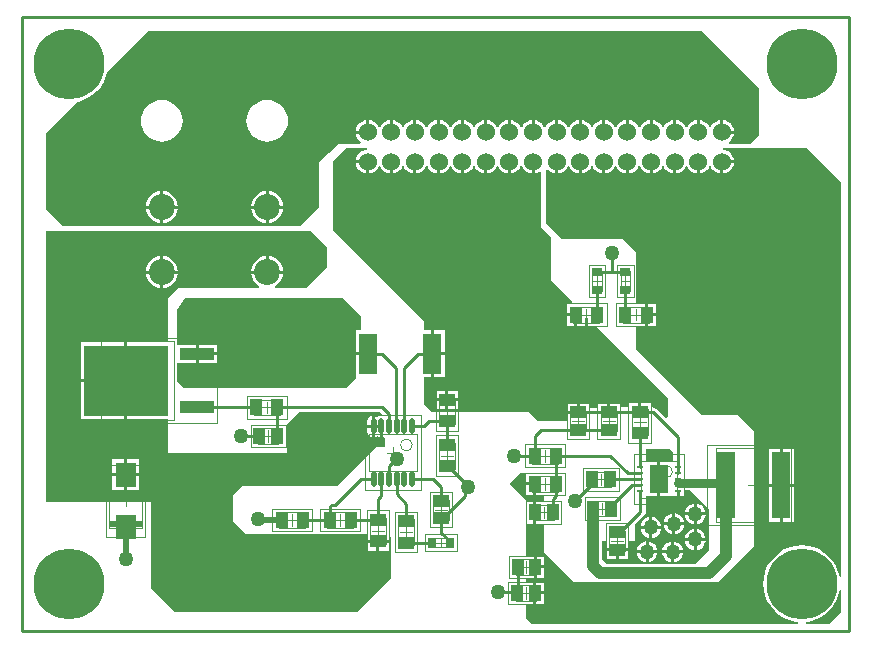
<source format=gtl>
G04*
G04 #@! TF.GenerationSoftware,Altium Limited,Altium Designer,19.1.8 (144)*
G04*
G04 Layer_Physical_Order=1*
G04 Layer_Color=255*
%FSLAX25Y25*%
%MOIN*%
G70*
G01*
G75*
%ADD12C,0.01000*%
%ADD14C,0.00394*%
%ADD17R,0.10984X0.02436*%
%ADD18C,0.00197*%
%ADD19R,0.07087X0.08268*%
%ADD20R,0.04331X0.05315*%
%ADD21O,0.01968X0.05315*%
%ADD22R,0.03347X0.02559*%
%ADD23R,0.03937X0.05512*%
%ADD24R,0.05315X0.04331*%
%ADD25R,0.05512X0.03937*%
%ADD26R,0.02559X0.03347*%
%ADD27R,0.02165X0.00984*%
%ADD28R,0.06299X0.09449*%
%ADD29R,0.06299X0.13780*%
%ADD30R,0.28347X0.23819*%
%ADD31R,0.11811X0.03937*%
%ADD32R,0.06299X0.22441*%
%ADD52C,0.03937*%
%ADD53C,0.03000*%
%ADD54C,0.02000*%
%ADD55C,0.23622*%
%ADD56C,0.06000*%
%ADD57C,0.08661*%
%ADD58C,0.05000*%
G36*
X245500Y181000D02*
Y165500D01*
X242500Y162500D01*
X235632D01*
X235462Y163000D01*
X236095Y163486D01*
X236736Y164321D01*
X237139Y165294D01*
X237211Y165839D01*
X233242D01*
Y166339D01*
X232742D01*
Y170307D01*
X232198Y170236D01*
X231225Y169833D01*
X230389Y169191D01*
X229748Y168356D01*
X229576Y167940D01*
X229035D01*
X228862Y168356D01*
X228221Y169191D01*
X227386Y169833D01*
X226413Y170236D01*
X225868Y170307D01*
Y166339D01*
X224868D01*
Y170307D01*
X224324Y170236D01*
X223351Y169833D01*
X222516Y169191D01*
X221874Y168356D01*
X221702Y167940D01*
X221161D01*
X220988Y168356D01*
X220347Y169191D01*
X219512Y169833D01*
X218538Y170236D01*
X217994Y170307D01*
Y166339D01*
X216994D01*
Y170307D01*
X216450Y170236D01*
X215477Y169833D01*
X214641Y169191D01*
X214000Y168356D01*
X213828Y167940D01*
X213287D01*
X213114Y168356D01*
X212473Y169191D01*
X211638Y169833D01*
X210665Y170236D01*
X210120Y170307D01*
Y166339D01*
X209120D01*
Y170307D01*
X208576Y170236D01*
X207603Y169833D01*
X206768Y169191D01*
X206126Y168356D01*
X205954Y167940D01*
X205413D01*
X205240Y168356D01*
X204599Y169191D01*
X203764Y169833D01*
X202790Y170236D01*
X202246Y170307D01*
Y166339D01*
X201246D01*
Y170307D01*
X200702Y170236D01*
X199729Y169833D01*
X198893Y169191D01*
X198252Y168356D01*
X198080Y167940D01*
X197539D01*
X197366Y168356D01*
X196725Y169191D01*
X195889Y169833D01*
X194916Y170236D01*
X194372Y170307D01*
Y166339D01*
X193372D01*
Y170307D01*
X192828Y170236D01*
X191855Y169833D01*
X191019Y169191D01*
X190378Y168356D01*
X190206Y167940D01*
X189665D01*
X189492Y168356D01*
X188851Y169191D01*
X188015Y169833D01*
X187042Y170236D01*
X186498Y170307D01*
Y166339D01*
X185498D01*
Y170307D01*
X184954Y170236D01*
X183981Y169833D01*
X183145Y169191D01*
X182504Y168356D01*
X182332Y167940D01*
X181791D01*
X181618Y168356D01*
X180977Y169191D01*
X180141Y169833D01*
X179168Y170236D01*
X178624Y170307D01*
Y166339D01*
X177624D01*
Y170307D01*
X177080Y170236D01*
X176107Y169833D01*
X175271Y169191D01*
X174630Y168356D01*
X174458Y167940D01*
X173917D01*
X173744Y168356D01*
X173103Y169191D01*
X172267Y169833D01*
X171294Y170236D01*
X170750Y170307D01*
Y166339D01*
X169750D01*
Y170307D01*
X169206Y170236D01*
X168233Y169833D01*
X167397Y169191D01*
X166756Y168356D01*
X166584Y167940D01*
X166043D01*
X165870Y168356D01*
X165229Y169191D01*
X164393Y169833D01*
X163420Y170236D01*
X162876Y170307D01*
Y166339D01*
X161876D01*
Y170307D01*
X161332Y170236D01*
X160359Y169833D01*
X159523Y169191D01*
X158882Y168356D01*
X158710Y167940D01*
X158169D01*
X157996Y168356D01*
X157355Y169191D01*
X156519Y169833D01*
X155546Y170236D01*
X155002Y170307D01*
Y166339D01*
X154002D01*
Y170307D01*
X153458Y170236D01*
X152485Y169833D01*
X151649Y169191D01*
X151008Y168356D01*
X150836Y167940D01*
X150295D01*
X150122Y168356D01*
X149481Y169191D01*
X148645Y169833D01*
X147672Y170236D01*
X147128Y170307D01*
Y166339D01*
X146128D01*
Y170307D01*
X145584Y170236D01*
X144611Y169833D01*
X143775Y169191D01*
X143134Y168356D01*
X142962Y167940D01*
X142421D01*
X142248Y168356D01*
X141607Y169191D01*
X140771Y169833D01*
X139798Y170236D01*
X139254Y170307D01*
Y166339D01*
X138254D01*
Y170307D01*
X137710Y170236D01*
X136737Y169833D01*
X135901Y169191D01*
X135260Y168356D01*
X135088Y167940D01*
X134546D01*
X134374Y168356D01*
X133733Y169191D01*
X132897Y169833D01*
X131924Y170236D01*
X131380Y170307D01*
Y166339D01*
X130380D01*
Y170307D01*
X129836Y170236D01*
X128863Y169833D01*
X128027Y169191D01*
X127386Y168356D01*
X127214Y167940D01*
X126672D01*
X126500Y168356D01*
X125859Y169191D01*
X125023Y169833D01*
X124050Y170236D01*
X123506Y170307D01*
Y166339D01*
X122506D01*
Y170307D01*
X121962Y170236D01*
X120989Y169833D01*
X120153Y169191D01*
X119512Y168356D01*
X119340Y167940D01*
X118798D01*
X118626Y168356D01*
X117985Y169191D01*
X117149Y169833D01*
X116176Y170236D01*
X115632Y170307D01*
Y166339D01*
X115132D01*
Y165839D01*
X111163D01*
X111235Y165294D01*
X111638Y164321D01*
X112279Y163486D01*
X112912Y163000D01*
X112743Y162500D01*
X105500D01*
X98750Y156496D01*
Y141250D01*
X92500Y135000D01*
X13500D01*
X8000Y140500D01*
Y166000D01*
X18450Y176450D01*
X19719Y176755D01*
X21582Y177526D01*
X23301Y178580D01*
X24835Y179890D01*
X26144Y181423D01*
X27198Y183142D01*
X27970Y185005D01*
X28274Y186274D01*
X42000Y200000D01*
X226500D01*
X245500Y181000D01*
D02*
G37*
G36*
X273000Y149500D02*
Y17963D01*
X272500Y17904D01*
X272064Y19719D01*
X271292Y21582D01*
X270239Y23301D01*
X268929Y24835D01*
X267396Y26144D01*
X265677Y27198D01*
X263814Y27970D01*
X261853Y28440D01*
X259842Y28599D01*
X257832Y28440D01*
X255872Y27970D01*
X254009Y27198D01*
X252289Y26144D01*
X250756Y24835D01*
X249446Y23301D01*
X248393Y21582D01*
X247621Y19719D01*
X247150Y17758D01*
X246992Y15748D01*
X247150Y13738D01*
X247621Y11777D01*
X248393Y9914D01*
X249446Y8195D01*
X250756Y6661D01*
X252289Y5352D01*
X254009Y4298D01*
X255872Y3526D01*
X257832Y3056D01*
X258539Y3000D01*
X258520Y2500D01*
X170000Y2500D01*
X168000Y4500D01*
Y8965D01*
X170405D01*
Y12720D01*
Y16476D01*
X168000D01*
Y17643D01*
X170500D01*
Y21399D01*
Y25155D01*
X168000D01*
Y35772D01*
X170355D01*
Y39528D01*
Y43284D01*
X168000D01*
Y43622D01*
X162500Y49122D01*
X165937Y52559D01*
X167599D01*
Y49528D01*
X170764D01*
Y49028D01*
X171264D01*
Y45370D01*
X173929D01*
X174000Y44900D01*
Y43284D01*
X171355D01*
Y39528D01*
Y35772D01*
X174000D01*
Y26288D01*
X183788Y16500D01*
X192035D01*
X192708Y16411D01*
X228906D01*
X229579Y16500D01*
X232000D01*
X244000Y28500D01*
Y66500D01*
X238500Y72000D01*
X226525D01*
X204599Y93926D01*
Y101488D01*
X204950Y101842D01*
X205099Y101842D01*
X207615D01*
Y105500D01*
Y109158D01*
X205099D01*
X204950Y109158D01*
X204599Y109512D01*
Y126208D01*
X200057Y130750D01*
X179750D01*
X174500Y136000D01*
X174500Y153827D01*
X175000Y153997D01*
X175271Y153643D01*
X176107Y153002D01*
X177080Y152599D01*
X177624Y152527D01*
Y156496D01*
X178624D01*
Y152527D01*
X179168Y152599D01*
X180141Y153002D01*
X180977Y153643D01*
X181618Y154479D01*
X181791Y154895D01*
X182332D01*
X182504Y154479D01*
X183145Y153643D01*
X183981Y153002D01*
X184954Y152599D01*
X185498Y152527D01*
Y156496D01*
X186498D01*
Y152527D01*
X187042Y152599D01*
X188015Y153002D01*
X188851Y153643D01*
X189492Y154479D01*
X189665Y154895D01*
X190206D01*
X190378Y154479D01*
X191019Y153643D01*
X191855Y153002D01*
X192828Y152599D01*
X193372Y152527D01*
Y156496D01*
X194372D01*
Y152527D01*
X194916Y152599D01*
X195889Y153002D01*
X196725Y153643D01*
X197366Y154479D01*
X197539Y154895D01*
X198080D01*
X198252Y154479D01*
X198893Y153643D01*
X199729Y153002D01*
X200702Y152599D01*
X201246Y152527D01*
Y156496D01*
X202246D01*
Y152527D01*
X202790Y152599D01*
X203764Y153002D01*
X204599Y153643D01*
X205240Y154479D01*
X205413Y154895D01*
X205954D01*
X206126Y154479D01*
X206768Y153643D01*
X207603Y153002D01*
X208576Y152599D01*
X209120Y152527D01*
Y156496D01*
X210120D01*
Y152527D01*
X210665Y152599D01*
X211638Y153002D01*
X212473Y153643D01*
X213114Y154479D01*
X213287Y154895D01*
X213828D01*
X214000Y154479D01*
X214641Y153643D01*
X215477Y153002D01*
X216450Y152599D01*
X216994Y152527D01*
Y156496D01*
X217994D01*
Y152527D01*
X218538Y152599D01*
X219512Y153002D01*
X220347Y153643D01*
X220988Y154479D01*
X221161Y154895D01*
X221702D01*
X221874Y154479D01*
X222516Y153643D01*
X223351Y153002D01*
X224324Y152599D01*
X224868Y152527D01*
Y156496D01*
X225868D01*
Y152527D01*
X226413Y152599D01*
X227386Y153002D01*
X228221Y153643D01*
X228862Y154479D01*
X229035Y154895D01*
X229576D01*
X229748Y154479D01*
X230389Y153643D01*
X231225Y153002D01*
X232198Y152599D01*
X232742Y152527D01*
Y156496D01*
X233242D01*
Y156996D01*
X237211D01*
X237139Y157540D01*
X236736Y158513D01*
X236095Y159349D01*
X235260Y159990D01*
X234286Y160393D01*
X233475Y160500D01*
X233507Y161000D01*
X261500D01*
X273000Y149500D01*
D02*
G37*
G36*
X96000Y133500D02*
X101500Y128000D01*
X101500Y121228D01*
X94772Y114500D01*
X84340D01*
X84242Y114990D01*
X84335Y115029D01*
X85448Y115883D01*
X86303Y116997D01*
X86840Y118293D01*
X86957Y119185D01*
X81646D01*
X76335D01*
X76453Y118293D01*
X76990Y116997D01*
X77844Y115883D01*
X78958Y115029D01*
X79050Y114990D01*
X78953Y114500D01*
X52000Y114500D01*
X48500Y111000D01*
Y96409D01*
X35000D01*
Y83500D01*
Y70591D01*
X48500D01*
Y59500D01*
X73319Y59500D01*
X88319Y59500D01*
X88319Y69000D01*
X92313Y72994D01*
X119343D01*
X119923Y72414D01*
X119677Y71953D01*
X119661Y71956D01*
X118887Y71802D01*
X118382Y71465D01*
X117877Y71802D01*
X117602Y71857D01*
Y68260D01*
Y64663D01*
X117877Y64718D01*
X118382Y65055D01*
X118887Y64718D01*
X119161Y64663D01*
Y68260D01*
X120161D01*
Y64663D01*
X120319Y64694D01*
X120819Y64418D01*
Y61500D01*
X118039D01*
X105039Y48500D01*
X73319D01*
X70319Y45500D01*
Y36543D01*
X74362Y32500D01*
X114842D01*
Y30457D01*
X118500D01*
X122158D01*
Y31115D01*
X122658Y31366D01*
X122819Y31246D01*
Y17815D01*
X111504Y6500D01*
X50819Y6500D01*
X42819Y14500D01*
Y43000D01*
X8000Y43000D01*
X8000Y133500D01*
X96000Y133500D01*
D02*
G37*
G36*
X107000Y111000D02*
X113000Y105000D01*
X113000Y100390D01*
X111221D01*
Y93000D01*
X115370D01*
Y92000D01*
X111221D01*
Y84610D01*
X111221D01*
X111335Y84335D01*
X108000Y81000D01*
X54000Y81000D01*
X51500Y83500D01*
Y89508D01*
X57819D01*
Y92476D01*
Y95445D01*
X51500D01*
Y107167D01*
X54375Y111000D01*
X107000Y111000D01*
D02*
G37*
G36*
X114900Y160500D02*
X114088Y160393D01*
X113115Y159990D01*
X112279Y159349D01*
X111638Y158513D01*
X111235Y157540D01*
X111163Y156996D01*
X115132D01*
Y156496D01*
X115632D01*
Y152527D01*
X116176Y152599D01*
X117149Y153002D01*
X117985Y153643D01*
X118626Y154479D01*
X118798Y154895D01*
X119340D01*
X119512Y154479D01*
X120153Y153643D01*
X120989Y153002D01*
X121962Y152599D01*
X122506Y152527D01*
Y156496D01*
X123506D01*
Y152527D01*
X124050Y152599D01*
X125023Y153002D01*
X125859Y153643D01*
X126500Y154479D01*
X126672Y154895D01*
X127214D01*
X127386Y154479D01*
X128027Y153643D01*
X128863Y153002D01*
X129836Y152599D01*
X130380Y152527D01*
Y156496D01*
X131380D01*
Y152527D01*
X131924Y152599D01*
X132897Y153002D01*
X133733Y153643D01*
X134374Y154479D01*
X134546Y154895D01*
X135088D01*
X135260Y154479D01*
X135901Y153643D01*
X136737Y153002D01*
X137710Y152599D01*
X138254Y152527D01*
Y156496D01*
X139254D01*
Y152527D01*
X139798Y152599D01*
X140771Y153002D01*
X141607Y153643D01*
X142248Y154479D01*
X142421Y154895D01*
X142962D01*
X143134Y154479D01*
X143775Y153643D01*
X144611Y153002D01*
X145584Y152599D01*
X146128Y152527D01*
Y156496D01*
X147128D01*
Y152527D01*
X147672Y152599D01*
X148645Y153002D01*
X149481Y153643D01*
X150122Y154479D01*
X150295Y154895D01*
X150836D01*
X151008Y154479D01*
X151649Y153643D01*
X152485Y153002D01*
X153458Y152599D01*
X154002Y152527D01*
Y156496D01*
X155002D01*
Y152527D01*
X155546Y152599D01*
X156519Y153002D01*
X157355Y153643D01*
X157996Y154479D01*
X158169Y154895D01*
X158710D01*
X158882Y154479D01*
X159523Y153643D01*
X160359Y153002D01*
X161332Y152599D01*
X161876Y152527D01*
Y156496D01*
X162876D01*
Y152527D01*
X163420Y152599D01*
X164393Y153002D01*
X165229Y153643D01*
X165870Y154479D01*
X166043Y154895D01*
X166584D01*
X166756Y154479D01*
X167397Y153643D01*
X168233Y153002D01*
X169206Y152599D01*
X169750Y152527D01*
Y156496D01*
X170750D01*
Y152527D01*
X171294Y152599D01*
X172267Y153002D01*
X172481Y153166D01*
X172930Y152945D01*
X172930Y134576D01*
X176107Y131399D01*
X176107Y116886D01*
X183374Y109619D01*
X183183Y109158D01*
X181363D01*
Y106000D01*
X184529D01*
Y105500D01*
X185029D01*
Y101842D01*
X187694D01*
Y104492D01*
X188171Y104702D01*
X188450Y104478D01*
Y101842D01*
X191151D01*
X215386Y77607D01*
Y71782D01*
X214479Y70875D01*
X211202Y74153D01*
X210706Y74484D01*
X210121Y74601D01*
X209465D01*
Y76236D01*
X206307D01*
Y73071D01*
X205307D01*
Y76236D01*
X202150D01*
Y74601D01*
X199241D01*
Y75949D01*
X195985D01*
Y72981D01*
X194985D01*
Y75949D01*
X191730D01*
Y74510D01*
X189063D01*
Y75949D01*
X185807D01*
Y72981D01*
X185307D01*
Y72481D01*
X181552D01*
Y70433D01*
X181084Y69933D01*
X171774D01*
X168636Y73071D01*
X145158D01*
Y73122D01*
X137843D01*
Y73071D01*
X136547D01*
X133803Y75815D01*
Y84610D01*
X136130D01*
Y92500D01*
Y100390D01*
X133803D01*
Y103484D01*
X103500Y133787D01*
Y156496D01*
X108004Y161000D01*
X114867D01*
X114900Y160500D01*
D02*
G37*
G36*
X216807Y59528D02*
X216807Y56449D01*
X216712Y56413D01*
X216256Y56315D01*
X216256Y56315D01*
X216256Y56315D01*
X212607D01*
Y50591D01*
Y44866D01*
X216256D01*
Y44866D01*
X216634Y45162D01*
X218103D01*
Y46654D01*
X219103D01*
Y45162D01*
X220685D01*
Y46959D01*
X222376D01*
X228807Y40528D01*
X228807Y27028D01*
X224179Y22400D01*
X194936D01*
X193396Y23939D01*
Y30022D01*
X193402Y30028D01*
X194552D01*
Y27553D01*
X198307D01*
X202063D01*
Y30028D01*
X204307D01*
Y35528D01*
X207807Y39028D01*
Y44428D01*
X207957Y44866D01*
X211607D01*
Y50591D01*
Y56315D01*
X207957D01*
X207807Y56753D01*
Y60528D01*
X215807D01*
X216807Y59528D01*
D02*
G37*
G36*
X273000Y13533D02*
Y6500D01*
X269000Y2500D01*
X261165D01*
X261146Y3000D01*
X261853Y3056D01*
X263814Y3526D01*
X265677Y4298D01*
X267396Y5352D01*
X268929Y6661D01*
X270239Y8195D01*
X271292Y9914D01*
X272064Y11777D01*
X272500Y13592D01*
X273000Y13533D01*
D02*
G37*
%LPC*%
G36*
X233742Y170307D02*
Y166839D01*
X237211D01*
X237139Y167383D01*
X236736Y168356D01*
X236095Y169191D01*
X235260Y169833D01*
X234286Y170236D01*
X233742Y170307D01*
D02*
G37*
G36*
X114632D02*
X114088Y170236D01*
X113115Y169833D01*
X112279Y169191D01*
X111638Y168356D01*
X111235Y167383D01*
X111163Y166839D01*
X114632D01*
Y170307D01*
D02*
G37*
G36*
X81646Y177018D02*
X80293Y176884D01*
X78991Y176489D01*
X77791Y175848D01*
X76740Y174985D01*
X75877Y173934D01*
X75236Y172734D01*
X74841Y171432D01*
X74707Y170079D01*
X74841Y168725D01*
X75236Y167423D01*
X75877Y166224D01*
X76740Y165172D01*
X77791Y164309D01*
X78991Y163668D01*
X80293Y163273D01*
X81646Y163140D01*
X83000Y163273D01*
X84302Y163668D01*
X85501Y164309D01*
X86553Y165172D01*
X87416Y166224D01*
X88057Y167423D01*
X88452Y168725D01*
X88585Y170079D01*
X88452Y171432D01*
X88057Y172734D01*
X87416Y173934D01*
X86553Y174985D01*
X85501Y175848D01*
X84302Y176489D01*
X83000Y176884D01*
X81646Y177018D01*
D02*
G37*
G36*
X46500D02*
X45146Y176884D01*
X43845Y176489D01*
X42645Y175848D01*
X41593Y174985D01*
X40731Y173934D01*
X40089Y172734D01*
X39694Y171432D01*
X39561Y170079D01*
X39694Y168725D01*
X40089Y167423D01*
X40731Y166224D01*
X41593Y165172D01*
X42645Y164309D01*
X43845Y163668D01*
X45146Y163273D01*
X46500Y163140D01*
X47854Y163273D01*
X49155Y163668D01*
X50355Y164309D01*
X51407Y165172D01*
X52270Y166224D01*
X52911Y167423D01*
X53306Y168725D01*
X53439Y170079D01*
X53306Y171432D01*
X52911Y172734D01*
X52270Y173934D01*
X51407Y174985D01*
X50355Y175848D01*
X49155Y176489D01*
X47854Y176884D01*
X46500Y177018D01*
D02*
G37*
G36*
X82146Y146650D02*
Y141839D01*
X86957D01*
X86840Y142730D01*
X86303Y144027D01*
X85448Y145141D01*
X84335Y145995D01*
X83038Y146532D01*
X82146Y146650D01*
D02*
G37*
G36*
X47000D02*
Y141839D01*
X51811D01*
X51693Y142730D01*
X51156Y144027D01*
X50302Y145141D01*
X49188Y145995D01*
X47892Y146532D01*
X47000Y146650D01*
D02*
G37*
G36*
X81146D02*
X80255Y146532D01*
X78958Y145995D01*
X77844Y145141D01*
X76990Y144027D01*
X76453Y142730D01*
X76335Y141839D01*
X81146D01*
Y146650D01*
D02*
G37*
G36*
X46000D02*
X45108Y146532D01*
X43812Y145995D01*
X42698Y145141D01*
X41844Y144027D01*
X41306Y142730D01*
X41189Y141839D01*
X46000D01*
Y146650D01*
D02*
G37*
G36*
X86957Y140839D02*
X82146D01*
Y136028D01*
X83038Y136145D01*
X84335Y136682D01*
X85448Y137537D01*
X86303Y138650D01*
X86840Y139947D01*
X86957Y140839D01*
D02*
G37*
G36*
X51811D02*
X47000D01*
Y136028D01*
X47892Y136145D01*
X49188Y136682D01*
X50302Y137537D01*
X51156Y138650D01*
X51693Y139947D01*
X51811Y140839D01*
D02*
G37*
G36*
X81146D02*
X76335D01*
X76453Y139947D01*
X76990Y138650D01*
X77844Y137537D01*
X78958Y136682D01*
X80255Y136145D01*
X81146Y136028D01*
Y140839D01*
D02*
G37*
G36*
X46000D02*
X41189D01*
X41306Y139947D01*
X41844Y138650D01*
X42698Y137537D01*
X43812Y136682D01*
X45108Y136145D01*
X46000Y136028D01*
Y140839D01*
D02*
G37*
G36*
X237211Y155996D02*
X233742D01*
Y152527D01*
X234286Y152599D01*
X235260Y153002D01*
X236095Y153643D01*
X236736Y154479D01*
X237139Y155452D01*
X237211Y155996D01*
D02*
G37*
G36*
X208615Y109158D02*
Y106000D01*
X211280D01*
Y109158D01*
X208615D01*
D02*
G37*
G36*
X211280Y105000D02*
X208615D01*
Y101842D01*
X211280D01*
Y105000D01*
D02*
G37*
G36*
X257209Y60843D02*
X253559D01*
Y49122D01*
X257209D01*
Y60843D01*
D02*
G37*
G36*
X252559D02*
X248910D01*
Y49122D01*
X252559D01*
Y60843D01*
D02*
G37*
G36*
X170264Y48528D02*
X167599D01*
Y45370D01*
X170264D01*
Y48528D01*
D02*
G37*
G36*
X257209Y48122D02*
X253559D01*
Y36402D01*
X257209D01*
Y48122D01*
D02*
G37*
G36*
X252559D02*
X248910D01*
Y36402D01*
X252559D01*
Y48122D01*
D02*
G37*
G36*
X173969Y25155D02*
X171500D01*
Y21899D01*
X173969D01*
Y25155D01*
D02*
G37*
G36*
Y20899D02*
X171500D01*
Y17643D01*
X173969D01*
Y20899D01*
D02*
G37*
G36*
X173874Y16476D02*
X171405D01*
Y13220D01*
X173874D01*
Y16476D01*
D02*
G37*
G36*
Y12220D02*
X171405D01*
Y8965D01*
X173874D01*
Y12220D01*
D02*
G37*
G36*
X82146Y124996D02*
Y120185D01*
X86957D01*
X86840Y121077D01*
X86303Y122373D01*
X85448Y123487D01*
X84335Y124341D01*
X83038Y124879D01*
X82146Y124996D01*
D02*
G37*
G36*
X47000D02*
Y120185D01*
X51811D01*
X51693Y121077D01*
X51156Y122373D01*
X50302Y123487D01*
X49188Y124341D01*
X47892Y124879D01*
X47000Y124996D01*
D02*
G37*
G36*
X81146D02*
X80255Y124879D01*
X78958Y124341D01*
X77844Y123487D01*
X76990Y122373D01*
X76453Y121077D01*
X76335Y120185D01*
X81146D01*
Y124996D01*
D02*
G37*
G36*
X46000D02*
X45108Y124879D01*
X43812Y124341D01*
X42698Y123487D01*
X41844Y122373D01*
X41306Y121077D01*
X41189Y120185D01*
X46000D01*
Y124996D01*
D02*
G37*
G36*
X51811Y119185D02*
X47000D01*
Y114374D01*
X47892Y114492D01*
X49188Y115029D01*
X50302Y115883D01*
X51156Y116997D01*
X51693Y118293D01*
X51811Y119185D01*
D02*
G37*
G36*
X46000D02*
X41189D01*
X41306Y118293D01*
X41844Y116997D01*
X42698Y115883D01*
X43812Y115029D01*
X45108Y114492D01*
X46000Y114374D01*
Y119185D01*
D02*
G37*
G36*
X34000Y96409D02*
X19327D01*
Y84000D01*
X34000D01*
Y96409D01*
D02*
G37*
G36*
Y83000D02*
X19327D01*
Y70591D01*
X34000D01*
Y83000D01*
D02*
G37*
G36*
X116602Y71857D02*
X116328Y71802D01*
X115672Y71364D01*
X115233Y70707D01*
X115079Y69933D01*
Y68760D01*
X116602D01*
Y71857D01*
D02*
G37*
G36*
Y67760D02*
X115079D01*
Y66587D01*
X115233Y65812D01*
X115672Y65156D01*
X116328Y64718D01*
X116602Y64663D01*
Y67760D01*
D02*
G37*
G36*
X39043Y57295D02*
X35000D01*
Y52661D01*
X39043D01*
Y57295D01*
D02*
G37*
G36*
X34000D02*
X29957D01*
Y52661D01*
X34000D01*
Y57295D01*
D02*
G37*
G36*
X39043Y51661D02*
X35000D01*
Y47028D01*
X39043D01*
Y51661D01*
D02*
G37*
G36*
X34000D02*
X29957D01*
Y47028D01*
X34000D01*
Y51661D01*
D02*
G37*
G36*
X122158Y29457D02*
X119000D01*
Y26791D01*
X122158D01*
Y29457D01*
D02*
G37*
G36*
X118000D02*
X114842D01*
Y26791D01*
X118000D01*
Y29457D01*
D02*
G37*
G36*
X65224Y95445D02*
X58819D01*
Y92976D01*
X65224D01*
Y95445D01*
D02*
G37*
G36*
Y91976D02*
X58819D01*
Y89508D01*
X65224D01*
Y91976D01*
D02*
G37*
G36*
X114632Y155996D02*
X111163D01*
X111235Y155452D01*
X111638Y154479D01*
X112279Y153643D01*
X113115Y153002D01*
X114088Y152599D01*
X114632Y152527D01*
Y155996D01*
D02*
G37*
G36*
X184029Y105000D02*
X181363D01*
Y101842D01*
X184029D01*
Y105000D01*
D02*
G37*
G36*
X140779Y100390D02*
X137130D01*
Y93000D01*
X140779D01*
Y100390D01*
D02*
G37*
G36*
Y92000D02*
X137130D01*
Y84610D01*
X140779D01*
Y92000D01*
D02*
G37*
G36*
X145158Y80209D02*
X142000D01*
Y77543D01*
X145158D01*
Y80209D01*
D02*
G37*
G36*
X141000D02*
X137843D01*
Y77543D01*
X141000D01*
Y80209D01*
D02*
G37*
G36*
X145158Y76543D02*
X142000D01*
Y73878D01*
X145158D01*
Y76543D01*
D02*
G37*
G36*
X141000D02*
X137843D01*
Y73878D01*
X141000D01*
Y76543D01*
D02*
G37*
G36*
X184807Y75949D02*
X181552D01*
Y73481D01*
X184807D01*
Y75949D01*
D02*
G37*
G36*
X224837Y42492D02*
Y39528D01*
X227801D01*
X227747Y39942D01*
X227394Y40793D01*
X226833Y41524D01*
X226102Y42085D01*
X225251Y42438D01*
X224837Y42492D01*
D02*
G37*
G36*
X223837D02*
X223423Y42438D01*
X222572Y42085D01*
X221841Y41524D01*
X221280Y40793D01*
X220927Y39942D01*
X220872Y39528D01*
X223837D01*
Y42492D01*
D02*
G37*
G36*
X217721Y39226D02*
Y36262D01*
X220685D01*
X220631Y36675D01*
X220278Y37527D01*
X219717Y38258D01*
X218986Y38819D01*
X218135Y39172D01*
X217721Y39226D01*
D02*
G37*
G36*
X216721D02*
X216307Y39172D01*
X215456Y38819D01*
X214725Y38258D01*
X214164Y37527D01*
X213811Y36675D01*
X213757Y36262D01*
X216721D01*
Y39226D01*
D02*
G37*
G36*
X227801Y38528D02*
X224837D01*
Y35563D01*
X225251Y35618D01*
X226102Y35971D01*
X226833Y36532D01*
X227394Y37263D01*
X227747Y38114D01*
X227801Y38528D01*
D02*
G37*
G36*
X223837D02*
X220872D01*
X220927Y38114D01*
X221280Y37263D01*
X221841Y36532D01*
X222572Y35971D01*
X223423Y35618D01*
X223837Y35563D01*
Y38528D01*
D02*
G37*
G36*
X210072Y37992D02*
Y35028D01*
X213037D01*
X212982Y35442D01*
X212630Y36293D01*
X212069Y37024D01*
X211338Y37585D01*
X210486Y37938D01*
X210072Y37992D01*
D02*
G37*
G36*
X209072D02*
X208659Y37938D01*
X207807Y37585D01*
X207076Y37024D01*
X206515Y36293D01*
X206163Y35442D01*
X206108Y35028D01*
X209072D01*
Y37992D01*
D02*
G37*
G36*
X220685Y35262D02*
X217721D01*
Y32297D01*
X218135Y32352D01*
X218986Y32704D01*
X219717Y33265D01*
X220278Y33997D01*
X220631Y34848D01*
X220685Y35262D01*
D02*
G37*
G36*
X216721D02*
X213757D01*
X213811Y34848D01*
X214164Y33997D01*
X214725Y33265D01*
X215456Y32704D01*
X216307Y32352D01*
X216721Y32297D01*
Y35262D01*
D02*
G37*
G36*
X213037Y34028D02*
X210072D01*
Y31064D01*
X210486Y31118D01*
X211338Y31471D01*
X212069Y32032D01*
X212630Y32763D01*
X212982Y33614D01*
X213037Y34028D01*
D02*
G37*
G36*
X209072D02*
X206108D01*
X206163Y33614D01*
X206515Y32763D01*
X207076Y32032D01*
X207807Y31471D01*
X208659Y31118D01*
X209072Y31064D01*
Y34028D01*
D02*
G37*
G36*
X224837Y33992D02*
Y31028D01*
X227801D01*
X227747Y31442D01*
X227394Y32293D01*
X226833Y33024D01*
X226102Y33585D01*
X225251Y33938D01*
X224837Y33992D01*
D02*
G37*
G36*
X223837D02*
X223423Y33938D01*
X222572Y33585D01*
X221841Y33024D01*
X221280Y32293D01*
X220927Y31442D01*
X220872Y31028D01*
X223837D01*
Y33992D01*
D02*
G37*
G36*
X227801Y30028D02*
X224837D01*
Y27064D01*
X225251Y27118D01*
X226102Y27471D01*
X226833Y28032D01*
X227394Y28763D01*
X227747Y29614D01*
X227801Y30028D01*
D02*
G37*
G36*
X223837D02*
X220872D01*
X220927Y29614D01*
X221280Y28763D01*
X221841Y28032D01*
X222572Y27471D01*
X223423Y27118D01*
X223837Y27064D01*
Y30028D01*
D02*
G37*
G36*
X217307Y29901D02*
Y26937D01*
X220272D01*
X220217Y27351D01*
X219865Y28202D01*
X219304Y28933D01*
X218572Y29494D01*
X217721Y29847D01*
X217307Y29901D01*
D02*
G37*
G36*
X216307D02*
X215894Y29847D01*
X215042Y29494D01*
X214311Y28933D01*
X213750Y28202D01*
X213398Y27351D01*
X213343Y26937D01*
X216307D01*
Y29901D01*
D02*
G37*
G36*
X208768D02*
Y26937D01*
X211732D01*
X211678Y27351D01*
X211325Y28202D01*
X210764Y28933D01*
X210033Y29494D01*
X209181Y29847D01*
X208768Y29901D01*
D02*
G37*
G36*
X207768D02*
X207354Y29847D01*
X206503Y29494D01*
X205771Y28933D01*
X205210Y28202D01*
X204858Y27351D01*
X204803Y26937D01*
X207768D01*
Y29901D01*
D02*
G37*
G36*
X202063Y26553D02*
X198807D01*
Y24085D01*
X202063D01*
Y26553D01*
D02*
G37*
G36*
X197807D02*
X194552D01*
Y24085D01*
X197807D01*
Y26553D01*
D02*
G37*
G36*
X220272Y25937D02*
X217307D01*
Y22973D01*
X217721Y23027D01*
X218572Y23380D01*
X219304Y23941D01*
X219865Y24672D01*
X220217Y25523D01*
X220272Y25937D01*
D02*
G37*
G36*
X216307D02*
X213343D01*
X213398Y25523D01*
X213750Y24672D01*
X214311Y23941D01*
X215042Y23380D01*
X215894Y23027D01*
X216307Y22973D01*
Y25937D01*
D02*
G37*
G36*
X211732D02*
X208768D01*
Y22973D01*
X209181Y23027D01*
X210033Y23380D01*
X210764Y23941D01*
X211325Y24672D01*
X211678Y25523D01*
X211732Y25937D01*
D02*
G37*
G36*
X207768D02*
X204803D01*
X204858Y25523D01*
X205210Y24672D01*
X205771Y23941D01*
X206503Y23380D01*
X207354Y23027D01*
X207768Y22973D01*
Y25937D01*
D02*
G37*
%LPD*%
D12*
X158500Y13000D02*
X164720D01*
X165000Y12720D01*
X165094Y12815D01*
Y21399D01*
X189902Y49122D02*
Y50528D01*
X184280Y43500D02*
X189902Y49122D01*
X163779Y58459D02*
X170807D01*
X170855Y58506D02*
Y65000D01*
X170807Y58459D02*
X170855Y58506D01*
Y65000D02*
X172930Y67075D01*
X185307D01*
X147735Y47235D02*
X148500Y48000D01*
X147735Y44995D02*
Y47235D01*
X140287Y37547D02*
X147735Y44995D01*
X139500Y37547D02*
X140287D01*
X141992Y54957D02*
X148500Y48449D01*
Y48000D02*
Y48449D01*
X141500Y54957D02*
X141992D01*
X141476Y62067D02*
X141500Y62090D01*
Y69957D01*
X196572Y119911D02*
Y126000D01*
X196322Y119661D02*
X196572Y119911D01*
X196322Y119661D02*
X201072D01*
X191572D02*
X196322D01*
X201029Y113713D02*
X201072Y113756D01*
X201029Y105500D02*
Y113713D01*
X191615Y105500D02*
Y113713D01*
X191572Y113756D02*
X191615Y113713D01*
X218603Y54528D02*
Y64589D01*
X210121Y73071D02*
X218603Y64589D01*
X205807Y73071D02*
X210121D01*
X73000Y65156D02*
X73156Y65000D01*
X79047D01*
X141008Y54957D02*
X141500D01*
X124795Y57295D02*
X125000Y57500D01*
X124500Y57295D02*
X124795D01*
X122221Y55016D02*
X124500Y57295D01*
X122221Y50740D02*
Y55016D01*
X139500Y32846D02*
X142453Y29894D01*
Y29500D02*
Y29894D01*
X139500Y32846D02*
Y37547D01*
X102457Y37043D02*
Y41414D01*
X103042Y42000D01*
X104220D01*
X112961Y50740D01*
X117102D01*
X176760Y39528D02*
Y43894D01*
X177894Y45028D01*
Y48985D01*
X177851Y49028D02*
X177894Y48985D01*
X177851Y49028D02*
X177894Y49071D01*
Y58459D01*
X201807Y52559D02*
X205807D01*
X195908Y58459D02*
X201807Y52559D01*
X177894Y58459D02*
X195908D01*
X218603Y52559D02*
Y54528D01*
X205807Y39672D02*
Y46591D01*
X199095Y32959D02*
X205807Y39672D01*
X198307Y32959D02*
X199095D01*
X203261Y48591D02*
X205807D01*
X196307Y41637D02*
X203261Y48591D01*
X196307Y40850D02*
Y41637D01*
X195807Y50528D02*
X195870Y50591D01*
X205807D01*
Y54528D02*
Y65985D01*
X185307Y67075D02*
X195485D01*
X185307Y72981D02*
X195485D01*
X195576Y73071D01*
X205807D01*
X141008Y77043D02*
X141500D01*
X135500Y69957D02*
X141500D01*
X133803Y68260D02*
X135500Y69957D01*
X129898Y68260D02*
X133803D01*
X93543Y37043D02*
X102457D01*
X109543D02*
X118500D01*
X128000Y29457D02*
X128043Y29500D01*
X136547D01*
X139500Y43453D02*
Y48000D01*
X136760Y50740D02*
X139500Y48000D01*
X129898Y50740D02*
X136760D01*
X128000Y36543D02*
Y42500D01*
X124779Y45720D02*
X128000Y42500D01*
X124779Y45720D02*
Y50740D01*
X118500Y44000D02*
X119661Y45161D01*
Y50740D01*
X118500Y37043D02*
Y44000D01*
X141476Y62067D02*
X141500Y62043D01*
X84953Y65000D02*
X85043Y65091D01*
Y74524D01*
X122146Y68335D02*
Y72354D01*
X119976Y74524D02*
X122146Y72354D01*
X85043Y74524D02*
X119976D01*
X122146Y68335D02*
X122221Y68260D01*
X58319Y74524D02*
X77957D01*
X117102Y68260D02*
X119661D01*
X127295Y87795D02*
X127339Y87752D01*
Y68260D02*
Y87752D01*
X124736Y68303D02*
Y87764D01*
Y68303D02*
X124779Y68260D01*
X120000Y92500D02*
X124736Y87764D01*
X115370Y92500D02*
X120000D01*
X132000D02*
X136630D01*
X127295Y87795D02*
X132000Y92500D01*
X0Y0D02*
Y204724D01*
Y0D02*
X275590D01*
Y204724D01*
X0D02*
X275590D01*
D14*
X129996Y62059D02*
G03*
X129996Y62059I-1969J0D01*
G01*
X216733Y53150D02*
G03*
X216733Y53150I-1969J0D01*
G01*
X39992Y34445D02*
Y52555D01*
X29008Y34445D02*
Y52555D01*
X39992D01*
X29008Y34445D02*
X39992D01*
X77169Y71866D02*
X85831D01*
X77169Y77181D02*
X85831D01*
Y71866D02*
Y77181D01*
X77169Y71866D02*
Y77181D01*
X115429Y53398D02*
Y65602D01*
X131571Y53398D02*
Y65602D01*
X115429Y53398D02*
X131571D01*
X115429Y65602D02*
X131571D01*
X202647Y113362D02*
Y120055D01*
X199497Y113362D02*
Y120055D01*
X202647D01*
X199497Y113362D02*
X202647D01*
X193147D02*
Y120055D01*
X189997Y113362D02*
Y120055D01*
X193147D01*
X189997Y113362D02*
X193147D01*
X183741Y108158D02*
X192403D01*
X183741Y102842D02*
X192403D01*
X183741D02*
Y108158D01*
X192403Y102842D02*
Y108158D01*
X200241Y102842D02*
X208903D01*
X200241Y108158D02*
X208903D01*
Y102842D02*
Y108158D01*
X200241Y102842D02*
Y108158D01*
X171299Y10063D02*
Y15378D01*
X164606Y10063D02*
Y15378D01*
Y10063D02*
X171299D01*
X164606Y15378D02*
X171299D01*
X203150Y65197D02*
Y73859D01*
X208465Y65197D02*
Y73859D01*
X203150Y65197D02*
X208465D01*
X203150Y73859D02*
X208465D01*
X192828Y66681D02*
X198143D01*
X192828Y73374D02*
X198143D01*
X192828Y66681D02*
Y73374D01*
X198143Y66681D02*
Y73374D01*
X182650Y66681D02*
X187965D01*
X182650Y73374D02*
X187965D01*
X182650Y66681D02*
Y73374D01*
X187965Y66681D02*
Y73374D01*
X170461Y36870D02*
Y42185D01*
X177154Y36870D02*
Y42185D01*
X170461D02*
X177154D01*
X170461Y36870D02*
X177154D01*
X169977Y46370D02*
X178638D01*
X169977Y51685D02*
X178638D01*
Y46370D02*
Y51685D01*
X169977Y46370D02*
Y51685D01*
X170020Y61116D02*
X178681D01*
X170020Y55801D02*
X178681D01*
X170020D02*
Y61116D01*
X178681Y55801D02*
Y61116D01*
X190008Y38192D02*
Y43507D01*
X196701Y38192D02*
Y43507D01*
X190008D02*
X196701D01*
X190008Y38192D02*
X196701D01*
X195650Y26660D02*
X200965D01*
X195650Y33353D02*
X200965D01*
X195650Y26660D02*
Y33353D01*
X200965Y26660D02*
Y33353D01*
X189508Y47870D02*
Y53185D01*
X196201Y47870D02*
Y53185D01*
X189508D02*
X196201D01*
X189508Y47870D02*
X196201D01*
X138842Y54169D02*
Y62831D01*
X144158Y54169D02*
Y62831D01*
X138842Y54169D02*
X144158D01*
X138842Y62831D02*
X144158D01*
X138842Y69169D02*
Y77831D01*
X144158Y69169D02*
Y77831D01*
X138842Y69169D02*
X144158D01*
X138842Y77831D02*
X144158D01*
X85669Y39701D02*
X94331D01*
X85669Y34386D02*
X94331D01*
X85669D02*
Y39701D01*
X94331Y34386D02*
Y39701D01*
X101669Y34386D02*
X110331D01*
X101669Y39701D02*
X110331D01*
Y34386D02*
Y39701D01*
X101669Y34386D02*
Y39701D01*
X136843Y43846D02*
X142157D01*
X136843Y37154D02*
X142157D01*
Y43846D01*
X136843Y37154D02*
Y43846D01*
X136153Y27925D02*
X142847D01*
X136153Y31075D02*
X142847D01*
Y27925D02*
Y31075D01*
X136153Y27925D02*
Y31075D01*
X121158Y29169D02*
Y37831D01*
X115842Y29169D02*
Y37831D01*
X121158D01*
X115842Y29169D02*
X121158D01*
X125343Y28669D02*
Y37331D01*
X130657Y28669D02*
Y37331D01*
X125343Y28669D02*
X130657D01*
X125343Y37331D02*
X130657D01*
X171394Y18741D02*
Y24056D01*
X164701Y18741D02*
Y24056D01*
Y18741D02*
X171394D01*
X164701Y24056D02*
X171394D01*
X206103Y56693D02*
X218307D01*
X206103Y44488D02*
X218307D01*
Y56693D01*
X206103Y44488D02*
Y56693D01*
X78654Y62343D02*
X85347D01*
X78654Y67658D02*
X85347D01*
Y62343D02*
Y67658D01*
X78654Y62343D02*
Y67658D01*
X26153Y96787D02*
X50642D01*
X26153Y70213D02*
X50642D01*
X26153D02*
Y96787D01*
X50642Y70213D02*
Y96787D01*
X231406Y61024D02*
X256209D01*
X231406Y36221D02*
X256209D01*
X231406D02*
Y61024D01*
X256209Y36221D02*
Y61024D01*
X32531Y43500D02*
X36468D01*
X34500Y41532D02*
Y45469D01*
X81500Y72555D02*
Y76492D01*
X79532Y74524D02*
X83469D01*
X121531Y59500D02*
X125469D01*
X123500Y57531D02*
Y61468D01*
X199497Y116709D02*
X202647D01*
X201072Y115134D02*
Y118283D01*
X189997Y116709D02*
X193147D01*
X191572Y115134D02*
Y118283D01*
X188072Y103532D02*
Y107468D01*
X186103Y105500D02*
X190040D01*
X204572Y103532D02*
Y107468D01*
X202603Y105500D02*
X206540D01*
X165984Y12720D02*
X169921D01*
X167953Y10752D02*
Y14689D01*
X203839Y69528D02*
X207776D01*
X205807Y67559D02*
Y71496D01*
X195485Y68059D02*
Y71996D01*
X193517Y70028D02*
X197454D01*
X185307Y68059D02*
Y71996D01*
X183339Y70028D02*
X187276D01*
X171839Y39528D02*
X175776D01*
X173807Y37559D02*
Y41496D01*
X174307Y47059D02*
Y50996D01*
X172339Y49028D02*
X176276D01*
X174351Y56490D02*
Y60427D01*
X172382Y58459D02*
X176319D01*
X191386Y40850D02*
X195323D01*
X193355Y38881D02*
Y42818D01*
X198307Y28038D02*
Y31975D01*
X196339Y30006D02*
X200276D01*
X190886Y50528D02*
X194823D01*
X192855Y48559D02*
Y52496D01*
X139532Y58500D02*
X143468D01*
X141500Y56532D02*
Y60469D01*
X139532Y73500D02*
X143468D01*
X141500Y71531D02*
Y75468D01*
X90000Y35075D02*
Y39012D01*
X88032Y37043D02*
X91969D01*
X106000Y35075D02*
Y39012D01*
X104032Y37043D02*
X107968D01*
X139500Y38532D02*
Y42469D01*
X137531Y40500D02*
X141469D01*
X139500Y27925D02*
Y31075D01*
X137925Y29500D02*
X141075D01*
X116532Y33500D02*
X120468D01*
X118500Y31532D02*
Y35469D01*
X126031Y33000D02*
X129969D01*
X128000Y31032D02*
Y34969D01*
X166079Y21399D02*
X170016D01*
X168047Y19430D02*
Y23367D01*
X212205Y48622D02*
Y52559D01*
X210237Y50591D02*
X214174D01*
X82000Y63032D02*
Y66969D01*
X80032Y65000D02*
X83969D01*
X42177Y81532D02*
Y85469D01*
X40209Y83500D02*
X44146D01*
X243807Y46654D02*
Y50591D01*
X241839Y48622D02*
X245776D01*
D17*
X34500Y35663D02*
D03*
D18*
X40996Y31492D02*
Y55508D01*
X28004Y31492D02*
Y55508D01*
X40996D01*
X28004Y31492D02*
X40996D01*
X74807Y70784D02*
X88193D01*
X74807Y78264D02*
X88193D01*
Y70784D02*
Y78264D01*
X74807Y70784D02*
Y78264D01*
X114248Y47098D02*
Y71902D01*
X132752Y47098D02*
Y71902D01*
X114248Y47098D02*
X132752D01*
X114248Y71902D02*
X132752D01*
X203828Y111394D02*
Y122024D01*
X198316Y111394D02*
Y122024D01*
X203828D01*
X198316Y111394D02*
X203828D01*
X194328D02*
Y122024D01*
X188816Y111394D02*
Y122024D01*
X194328D01*
X188816Y111394D02*
X194328D01*
X181379Y109240D02*
X194765D01*
X181379Y101760D02*
X194765D01*
X181379D02*
Y109240D01*
X194765Y101760D02*
Y109240D01*
X197879Y101760D02*
X211265D01*
X197879Y109240D02*
X211265D01*
Y101760D02*
Y109240D01*
X197879Y101760D02*
Y109240D01*
X173858Y8980D02*
Y16461D01*
X162047Y8980D02*
Y16461D01*
Y8980D02*
X173858D01*
X162047Y16461D02*
X173858D01*
X202067Y62835D02*
Y76221D01*
X209547Y62835D02*
Y76221D01*
X202067Y62835D02*
X209547D01*
X202067Y76221D02*
X209547D01*
X191745Y64122D02*
X199226D01*
X191745Y75933D02*
X199226D01*
X191745Y64122D02*
Y75933D01*
X199226Y64122D02*
Y75933D01*
X181567Y64122D02*
X189048D01*
X181567Y75933D02*
X189048D01*
X181567Y64122D02*
Y75933D01*
X189048Y64122D02*
Y75933D01*
X167902Y35788D02*
Y43268D01*
X179713Y35788D02*
Y43268D01*
X167902D02*
X179713D01*
X167902Y35788D02*
X179713D01*
X167614Y45288D02*
X181000D01*
X167614Y52768D02*
X181000D01*
Y45288D02*
Y52768D01*
X167614Y45288D02*
Y52768D01*
X167658Y62199D02*
X181044D01*
X167658Y54719D02*
X181044D01*
X167658D02*
Y62199D01*
X181044Y54719D02*
Y62199D01*
X187449Y37110D02*
Y44590D01*
X199260Y37110D02*
Y44590D01*
X187449D02*
X199260D01*
X187449Y37110D02*
X199260D01*
X194567Y24101D02*
X202047D01*
X194567Y35912D02*
X202047D01*
X194567Y24101D02*
Y35912D01*
X202047Y24101D02*
Y35912D01*
X186949Y46788D02*
Y54268D01*
X198760Y46788D02*
Y54268D01*
X186949D02*
X198760D01*
X186949Y46788D02*
X198760D01*
X137760Y51807D02*
Y65193D01*
X145240Y51807D02*
Y65193D01*
X137760Y51807D02*
X145240D01*
X137760Y65193D02*
X145240D01*
X137760Y66807D02*
Y80193D01*
X145240Y66807D02*
Y80193D01*
X137760Y66807D02*
X145240D01*
X137760Y80193D02*
X145240D01*
X83307Y40784D02*
X96693D01*
X83307Y33303D02*
X96693D01*
X83307D02*
Y40784D01*
X96693Y33303D02*
Y40784D01*
X99307Y33303D02*
X112693D01*
X99307Y40784D02*
X112693D01*
Y33303D02*
Y40784D01*
X99307Y33303D02*
Y40784D01*
X135760Y46406D02*
X143240D01*
X135760Y34595D02*
X143240D01*
Y46406D01*
X135760Y34595D02*
Y46406D01*
X134185Y26744D02*
X144815D01*
X134185Y32256D02*
X144815D01*
Y26744D02*
Y32256D01*
X134185Y26744D02*
Y32256D01*
X122240Y26807D02*
Y40193D01*
X114760Y26807D02*
Y40193D01*
X122240D01*
X114760Y26807D02*
X122240D01*
X124260Y26307D02*
Y39693D01*
X131740Y26307D02*
Y39693D01*
X124260Y26307D02*
X131740D01*
X124260Y39693D02*
X131740D01*
X173953Y17659D02*
Y25139D01*
X162142Y17659D02*
Y25139D01*
Y17659D02*
X173953D01*
X162142Y25139D02*
X173953D01*
X203937Y58859D02*
X220473D01*
X203937Y42323D02*
X220473D01*
Y58859D01*
X203937Y42323D02*
Y58859D01*
X76095Y61260D02*
X87906D01*
X76095Y68740D02*
X87906D01*
Y61260D02*
Y68740D01*
X76095Y61260D02*
Y68740D01*
X19342Y97772D02*
X65012D01*
X19342Y69228D02*
X65012D01*
X19342D02*
Y97772D01*
X65012Y69228D02*
Y97772D01*
X228158Y62008D02*
X259457D01*
X228158Y35237D02*
X259457D01*
X228158D02*
Y62008D01*
X259457Y35237D02*
Y62008D01*
D19*
X34500Y52161D02*
D03*
Y34839D02*
D03*
D20*
X85043Y74524D02*
D03*
X77957D02*
D03*
X184529Y105500D02*
D03*
X191615D02*
D03*
X208115D02*
D03*
X201029D02*
D03*
X177851Y49028D02*
D03*
X170764D02*
D03*
X170807Y58459D02*
D03*
X177894D02*
D03*
X86457Y37043D02*
D03*
X93543D02*
D03*
X109543D02*
D03*
X102457D02*
D03*
D21*
X117102Y50740D02*
D03*
X119661D02*
D03*
X122221D02*
D03*
X124779D02*
D03*
X127339D02*
D03*
X129898D02*
D03*
X117102Y68260D02*
D03*
X119661D02*
D03*
X122221D02*
D03*
X124779D02*
D03*
X127339D02*
D03*
X129898D02*
D03*
D22*
X201072Y119661D02*
D03*
Y113756D02*
D03*
X191572Y119661D02*
D03*
Y113756D02*
D03*
D23*
X170905Y12720D02*
D03*
X165000D02*
D03*
X170855Y39528D02*
D03*
X176760D02*
D03*
X190402Y40850D02*
D03*
X196307D02*
D03*
X189902Y50528D02*
D03*
X195807D02*
D03*
X171000Y21399D02*
D03*
X165094D02*
D03*
X84953Y65000D02*
D03*
X79047D02*
D03*
D24*
X205807Y65985D02*
D03*
Y73071D02*
D03*
X141500Y54957D02*
D03*
Y62043D02*
D03*
Y69957D02*
D03*
Y77043D02*
D03*
X118500Y37043D02*
D03*
Y29957D02*
D03*
X128000Y29457D02*
D03*
Y36543D02*
D03*
D25*
X195485Y67075D02*
D03*
Y72981D02*
D03*
X185307Y67075D02*
D03*
Y72981D02*
D03*
X198307Y27053D02*
D03*
Y32959D02*
D03*
X139500Y43453D02*
D03*
Y37547D02*
D03*
D26*
X142453Y29500D02*
D03*
X136547D02*
D03*
D27*
X205807Y54528D02*
D03*
Y52559D02*
D03*
Y50591D02*
D03*
Y48622D02*
D03*
Y46654D02*
D03*
X218603D02*
D03*
Y48622D02*
D03*
Y50591D02*
D03*
Y52559D02*
D03*
Y54528D02*
D03*
D28*
X212107Y50591D02*
D03*
D29*
X136630Y92500D02*
D03*
X115370D02*
D03*
D30*
X34500Y83500D02*
D03*
D31*
X58319Y92476D02*
D03*
Y74524D02*
D03*
D32*
X234555Y48622D02*
D03*
X253059D02*
D03*
D52*
X190402Y21712D02*
Y40850D01*
Y21712D02*
X192708Y19406D01*
X234555Y48622D02*
Y49508D01*
X228906Y19406D02*
X234555Y25055D01*
Y48622D01*
X192708Y19406D02*
X228906D01*
X34384Y34722D02*
X34500Y34839D01*
D53*
X218603Y49508D02*
X234555D01*
D54*
X78500Y37295D02*
X78626Y37169D01*
X86331D01*
X86457Y37043D01*
X34500Y24000D02*
Y34839D01*
D55*
X259842Y188976D02*
D03*
X15748D02*
D03*
X259842Y15748D02*
D03*
X15748D02*
D03*
D56*
X115132Y166339D02*
D03*
Y156496D02*
D03*
X233242D02*
D03*
X225368D02*
D03*
X217494D02*
D03*
X209620D02*
D03*
X201746D02*
D03*
X193872D02*
D03*
X185998D02*
D03*
X178124D02*
D03*
X170250D02*
D03*
X162376D02*
D03*
X154502D02*
D03*
X146628D02*
D03*
X138754D02*
D03*
X130880D02*
D03*
X123006D02*
D03*
Y166339D02*
D03*
X130880D02*
D03*
X138754D02*
D03*
X146628D02*
D03*
X154502D02*
D03*
X162376D02*
D03*
X170250D02*
D03*
X233242D02*
D03*
X225368D02*
D03*
X217494D02*
D03*
X209620D02*
D03*
X201746D02*
D03*
X193872D02*
D03*
X185998D02*
D03*
X178124D02*
D03*
D57*
X81646Y141339D02*
D03*
Y119685D02*
D03*
X46500Y141339D02*
D03*
Y119685D02*
D03*
D58*
X158500Y13000D02*
D03*
X184280Y43500D02*
D03*
X163779Y58459D02*
D03*
X78500Y37295D02*
D03*
X34500Y24000D02*
D03*
X148500Y48000D02*
D03*
X196572Y126000D02*
D03*
X73000Y65156D02*
D03*
X125000Y57500D02*
D03*
X209573Y34528D02*
D03*
X208268Y26437D02*
D03*
X216807D02*
D03*
X224337Y30528D02*
D03*
X217221Y35762D02*
D03*
X224337Y39028D02*
D03*
M02*

</source>
